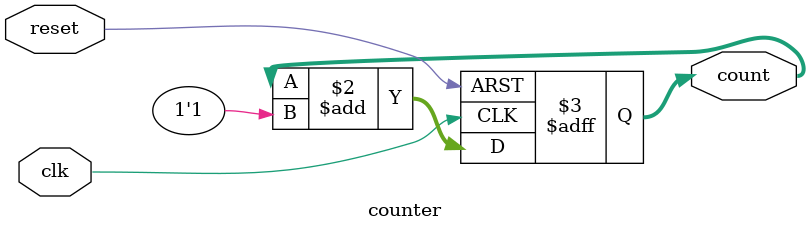
<source format=v>
module counter (
    clk, reset,
    count
);

parameter N=10;
input       clk;
input       reset;
output reg  [N-1:0] count;

always @(posedge clk, posedge reset) begin
    if(reset) count <= 0;
    else count <= count+1'b1;
end
    
endmodule
</source>
